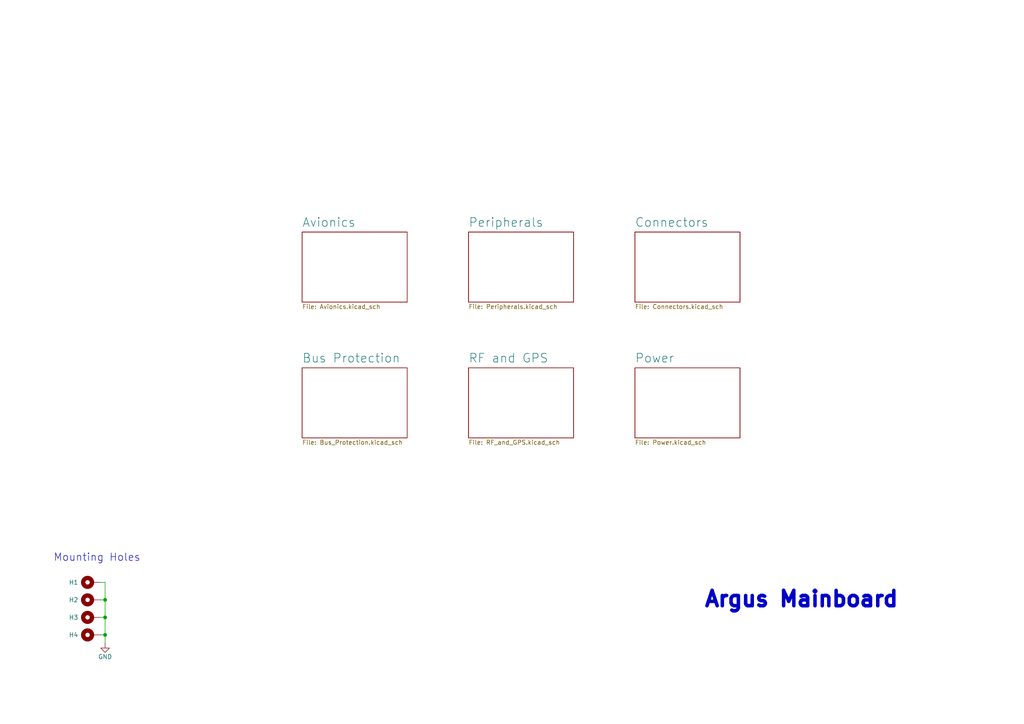
<source format=kicad_sch>
(kicad_sch (version 20231120) (generator "eeschema") (generator_version "8.0")
  (paper "A4")
  (title_block (title "Mainboard") (date "2024-06-16") (rev "v1.1") (company "Argus-1") (comment 1 "M. Holliday") (comment 2 "N. Khera"))
  (lib_symbols
    (symbol "Mechanical:MountingHole_Pad" (pin_numbers hide) (pin_names (offset 1.016) hide)
      (property "Reference" "H" (at 0 6.35 0))
      (property "Value" "MountingHole_Pad" (at 0 4.445 0))
      (symbol "MountingHole_Pad_0_1"
        (circle (center 0 1.27) (radius 1.27) (stroke (width 1.27)))
      )
      (symbol "MountingHole_Pad_1_1"
        (pin input line (at 0 -2.54 90) (length 2.54) (name "1") (number "1"))
      )
    )
    (symbol "power:GND" (power) (pin_numbers hide) (pin_names (offset 0) hide)
      (property "Value" "GND" (at 0 -3.81 0))
      (symbol "GND_0_1"
        (polyline (pts (xy 0 0) (xy 0 -1.27) (xy 1.27 -1.27) (xy 0 -2.54) (xy -1.27 -1.27) (xy 0 -1.27)))
      )
      (symbol "GND_1_1"
        (pin power_in line (at 0 0 270) (length 0) (name "~") (number "1"))
      )
    )
  )
  (junction (at 30.48 173.99))
  (junction (at 30.48 184.15))
  (junction (at 30.48 179.07))
  (wire (pts (xy 30.48 173.99) (xy 30.48 179.07)))
  (wire (pts (xy 30.48 186.69) (xy 30.48 184.15)))
  (wire (pts (xy 30.48 184.15) (xy 29.21 184.15)))
  (wire (pts (xy 30.48 173.99) (xy 29.21 173.99)))
  (wire (pts (xy 30.48 179.07) (xy 30.48 184.15)))
  (wire (pts (xy 30.48 179.07) (xy 29.21 179.07)))
  (wire (pts (xy 30.48 168.91) (xy 29.21 168.91)))
  (wire (pts (xy 30.48 168.91) (xy 30.48 173.99)))
  (text "Mounting Holes" (at 15.494 163.068 0) (effects (font (size 2.159 2.159)) (justify left bottom)))
  (text "Argus Mainboard" (at 203.962 176.53 0) (effects (font (size 4.445 4.445) (thickness 1.016) (bold yes)) (justify left bottom)))
  (symbol (lib_id "Mechanical:MountingHole_Pad") (at 26.67 179.07 90) (unit 1)
    (property "Reference" "H3" (at 21.336 179.07 90))
    (property "Value" "MountingHole_Pad" (effects (hide yes)))
    (property "Footprint" "MountingHole:MountingHole_3.2mm_M3_DIN965_Pad" (effects (hide yes)))
    (property "DNI" "DNI" (effects (hide yes)))
  )
  (symbol (lib_id "power:GND") (at 30.48 186.69 0) (unit 1)
    (property "Reference" "#PWR020" (effects (hide yes)))
    (property "Value" "GND" (at 30.48 190.5 0))
    (property "Description" "Power symbol creates a global label with name \"GND\" , ground" (effects (hide yes)))
  )
  (symbol (lib_id "Mechanical:MountingHole_Pad") (at 26.67 184.15 90) (unit 1)
    (property "Reference" "H4" (at 21.336 184.15 90))
    (property "Value" "MountingHole_Pad" (effects (hide yes)))
    (property "Footprint" "MountingHole:MountingHole_3.2mm_M3_DIN965_Pad" (effects (hide yes)))
    (property "DNI" "DNI" (effects (hide yes)))
  )
  (symbol (lib_id "Mechanical:MountingHole_Pad") (at 26.67 173.99 90) (unit 1)
    (property "Reference" "H2" (at 21.336 173.99 90))
    (property "Value" "MountingHole_Pad" (effects (hide yes)))
    (property "Footprint" "MountingHole:MountingHole_3.2mm_M3_DIN965_Pad" (effects (hide yes)))
    (property "DNI" "DNI" (effects (hide yes)))
  )
  (symbol (lib_id "Mechanical:MountingHole_Pad") (at 26.67 168.91 90) (unit 1)
    (property "Reference" "H1" (at 21.336 168.91 90))
    (property "Value" "MountingHole_Pad" (effects (hide yes)))
    (property "Footprint" "MountingHole:MountingHole_3.2mm_M3_DIN965_Pad" (effects (hide yes)))
    (property "DNI" "DNI" (effects (hide yes)))
  )
  (sheet (at 87.63 67.31) (size 30.48 20.32)
    (property "Sheetname" "Avionics" (at 87.63 65.9634 0) (effects (font (size 2.54 2.54)) (justify left bottom)))
    (property "Sheetfile" "Avionics.kicad_sch" (at 87.63 88.2146 0) (effects (justify left top)))
  )
  (sheet (at 184.15 106.68) (size 30.48 20.32)
    (property "Sheetname" "Power" (at 184.15 105.3334 0) (effects (font (size 2.54 2.54)) (justify left bottom)))
    (property "Sheetfile" "Power.kicad_sch" (at 184.15 127.5846 0) (effects (justify left top)))
  )
  (sheet (at 135.89 67.31) (size 30.48 20.32)
    (property "Sheetname" "Peripherals" (at 135.89 65.9634 0) (effects (font (size 2.54 2.54)) (justify left bottom)))
    (property "Sheetfile" "Peripherals.kicad_sch" (at 135.89 88.2146 0) (effects (justify left top)))
  )
  (sheet (at 135.89 106.68) (size 30.48 20.32)
    (property "Sheetname" "RF and GPS" (at 135.89 105.3334 0) (effects (font (size 2.54 2.54)) (justify left bottom)))
    (property "Sheetfile" "RF_and_GPS.kicad_sch" (at 135.89 127.5846 0) (effects (justify left top)))
  )
  (sheet (at 184.15 67.31) (size 30.48 20.32)
    (property "Sheetname" "Connectors" (at 184.15 65.9634 0) (effects (font (size 2.54 2.54)) (justify left bottom)))
    (property "Sheetfile" "Connectors.kicad_sch" (at 184.15 88.2146 0) (effects (justify left top)))
  )
  (sheet (at 87.63 106.68) (size 30.48 20.32)
    (property "Sheetname" "Bus Protection" (at 87.63 105.3334 0) (effects (font (size 2.54 2.54)) (justify left bottom)))
    (property "Sheetfile" "Bus_Protection.kicad_sch" (at 87.63 127.5846 0) (effects (justify left top)))
  )
)
</source>
